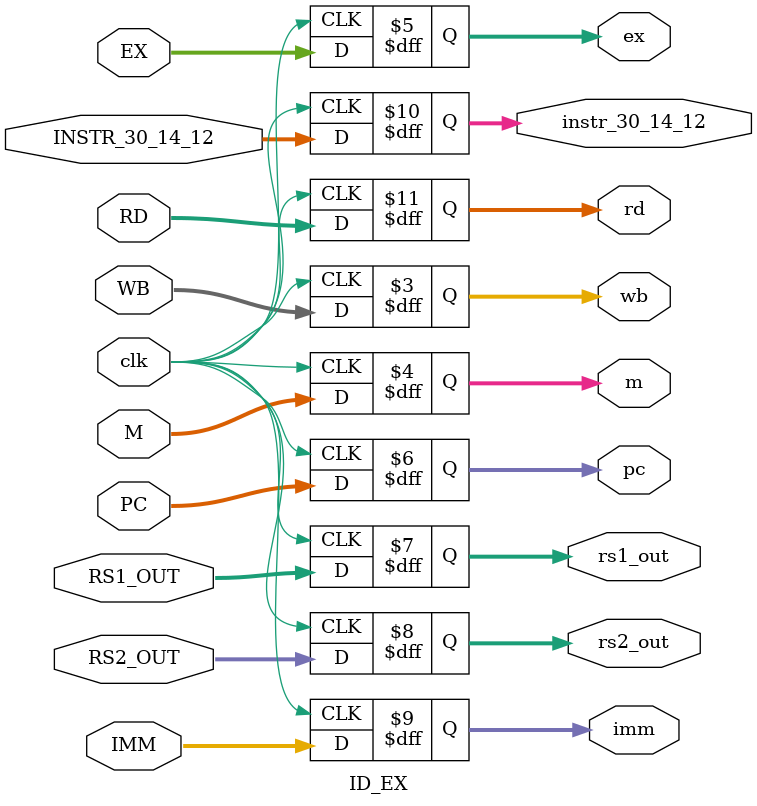
<source format=v>
`timescale 1ns / 1ps


module ID_EX(
    input [1:0] WB,
    input [2:0] M,
    input [2:0] EX,
    input [31:0] PC,
    input [31:0] RS1_OUT,
    input [31:0] RS2_OUT,
    input [31:0] IMM,
    input [3:0] INSTR_30_14_12,
    input [4:0] RD,
    output reg [1:0] wb,
    output reg [2:0] m,
    output reg [2:0] ex,
    output reg [31:0] pc,
    output reg [31:0] rs1_out,
    output reg [31:0] rs2_out,
    output reg [31:0] imm,
    output reg [3:0] instr_30_14_12,
    output reg [4:0] rd,
    input clk
    );

    initial begin
        wb <= 0;
        m <= 0;
        ex <= 0;
        pc <= 0;
        rs1_out <= 0;
        rs2_out <= 0;
        imm <= 0;
        instr_30_14_12 <= 0;
        rd <= 0;
    end

    always @(posedge clk) begin
        wb <= WB;
        m <= M;
        ex <= EX;
        pc <= PC;
        rs1_out <= RS1_OUT;
        rs2_out <= RS2_OUT;
        imm <= IMM;
        instr_30_14_12 <= INSTR_30_14_12;
        rd <= RD;
    end

endmodule

</source>
